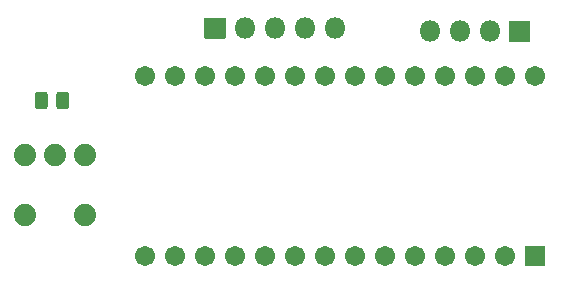
<source format=gbr>
G04 #@! TF.GenerationSoftware,KiCad,Pcbnew,(5.1.9-0-10_14)*
G04 #@! TF.CreationDate,2021-07-01T12:37:05-04:00*
G04 #@! TF.ProjectId,ebike_LED,6562696b-655f-44c4-9544-2e6b69636164,rev?*
G04 #@! TF.SameCoordinates,Original*
G04 #@! TF.FileFunction,Soldermask,Bot*
G04 #@! TF.FilePolarity,Negative*
%FSLAX46Y46*%
G04 Gerber Fmt 4.6, Leading zero omitted, Abs format (unit mm)*
G04 Created by KiCad (PCBNEW (5.1.9-0-10_14)) date 2021-07-01 12:37:05*
%MOMM*%
%LPD*%
G01*
G04 APERTURE LIST*
%ADD10C,1.880000*%
%ADD11O,1.802000X1.802000*%
%ADD12C,1.702000*%
G04 APERTURE END LIST*
D10*
X35325000Y-51818000D03*
X40405000Y-51818000D03*
X35325000Y-46738000D03*
X37865000Y-46738000D03*
X40405000Y-46738000D03*
G36*
G01*
X37991800Y-42640124D02*
X37991800Y-41687876D01*
G75*
G02*
X38266676Y-41413000I274876J0D01*
G01*
X38843924Y-41413000D01*
G75*
G02*
X39118800Y-41687876I0J-274876D01*
G01*
X39118800Y-42640124D01*
G75*
G02*
X38843924Y-42915000I-274876J0D01*
G01*
X38266676Y-42915000D01*
G75*
G02*
X37991800Y-42640124I0J274876D01*
G01*
G37*
G36*
G01*
X36166800Y-42640124D02*
X36166800Y-41687876D01*
G75*
G02*
X36441676Y-41413000I274876J0D01*
G01*
X37018924Y-41413000D01*
G75*
G02*
X37293800Y-41687876I0J-274876D01*
G01*
X37293800Y-42640124D01*
G75*
G02*
X37018924Y-42915000I-274876J0D01*
G01*
X36441676Y-42915000D01*
G75*
G02*
X36166800Y-42640124I0J274876D01*
G01*
G37*
D11*
X61595000Y-36040000D03*
X59055000Y-36040000D03*
X56515000Y-36040000D03*
X53975000Y-36040000D03*
G36*
G01*
X52285000Y-36941000D02*
X50585000Y-36941000D01*
G75*
G02*
X50534000Y-36890000I0J51000D01*
G01*
X50534000Y-35190000D01*
G75*
G02*
X50585000Y-35139000I51000J0D01*
G01*
X52285000Y-35139000D01*
G75*
G02*
X52336000Y-35190000I0J-51000D01*
G01*
X52336000Y-36890000D01*
G75*
G02*
X52285000Y-36941000I-51000J0D01*
G01*
G37*
G36*
G01*
X79381000Y-54490000D02*
X79381000Y-56090000D01*
G75*
G02*
X79330000Y-56141000I-51000J0D01*
G01*
X77730000Y-56141000D01*
G75*
G02*
X77679000Y-56090000I0J51000D01*
G01*
X77679000Y-54490000D01*
G75*
G02*
X77730000Y-54439000I51000J0D01*
G01*
X79330000Y-54439000D01*
G75*
G02*
X79381000Y-54490000I0J-51000D01*
G01*
G37*
D12*
X75990000Y-55290000D03*
X73450000Y-55290000D03*
X70910000Y-55290000D03*
X68370000Y-55290000D03*
X65830000Y-55290000D03*
X63290000Y-55290000D03*
X60750000Y-55290000D03*
X58210000Y-55290000D03*
X55670000Y-55290000D03*
X53130000Y-55290000D03*
X50590000Y-55290000D03*
X48050000Y-55290000D03*
X78530000Y-40050000D03*
X75990000Y-40050000D03*
X73450000Y-40050000D03*
X70910000Y-40050000D03*
X68370000Y-40050000D03*
X65830000Y-40050000D03*
X63290000Y-40050000D03*
X60750000Y-40050000D03*
X58210000Y-40050000D03*
X55670000Y-40050000D03*
X53130000Y-40050000D03*
X50590000Y-40050000D03*
X48050000Y-40050000D03*
X45510000Y-55290000D03*
X45510000Y-40050000D03*
D11*
X69621400Y-36296600D03*
X72161400Y-36296600D03*
X74701400Y-36296600D03*
G36*
G01*
X76391400Y-35395600D02*
X78091400Y-35395600D01*
G75*
G02*
X78142400Y-35446600I0J-51000D01*
G01*
X78142400Y-37146600D01*
G75*
G02*
X78091400Y-37197600I-51000J0D01*
G01*
X76391400Y-37197600D01*
G75*
G02*
X76340400Y-37146600I0J51000D01*
G01*
X76340400Y-35446600D01*
G75*
G02*
X76391400Y-35395600I51000J0D01*
G01*
G37*
M02*

</source>
